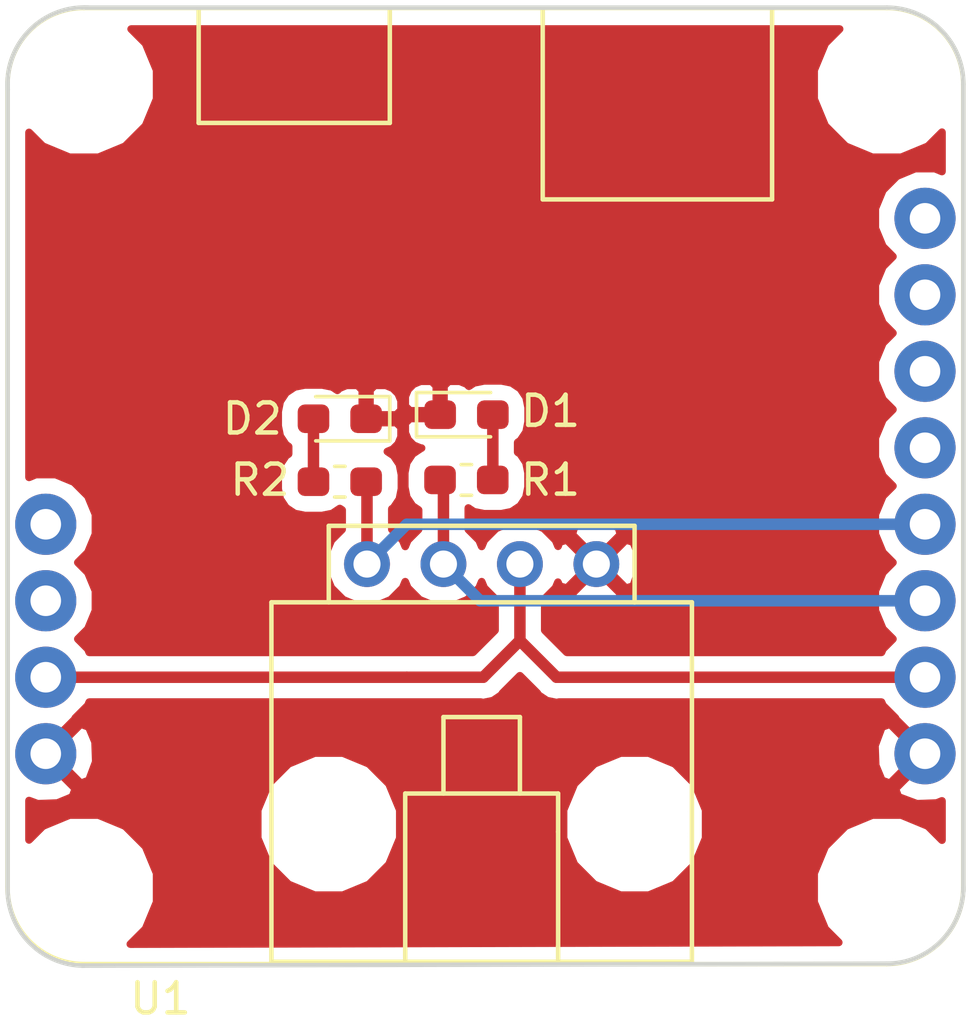
<source format=kicad_pcb>
(kicad_pcb (version 20171130) (host pcbnew "(5.0.0)")

  (general
    (thickness 1.6)
    (drawings 10)
    (tracks 19)
    (zones 0)
    (modules 6)
    (nets 13)
  )

  (page A4)
  (layers
    (0 F.Cu signal)
    (31 B.Cu signal)
    (32 B.Adhes user)
    (33 F.Adhes user)
    (34 B.Paste user)
    (35 F.Paste user)
    (36 B.SilkS user)
    (37 F.SilkS user)
    (38 B.Mask user)
    (39 F.Mask user)
    (40 Dwgs.User user)
    (41 Cmts.User user)
    (42 Eco1.User user)
    (43 Eco2.User user)
    (44 Edge.Cuts user)
    (45 Margin user)
    (46 B.CrtYd user)
    (47 F.CrtYd user)
    (48 B.Fab user)
    (49 F.Fab user hide)
  )

  (setup
    (last_trace_width 0.25)
    (user_trace_width 0.381)
    (trace_clearance 0.2)
    (zone_clearance 0.508)
    (zone_45_only no)
    (trace_min 0.2)
    (segment_width 0.2)
    (edge_width 0.15)
    (via_size 0.8)
    (via_drill 0.4)
    (via_min_size 0.4)
    (via_min_drill 0.3)
    (uvia_size 0.3)
    (uvia_drill 0.1)
    (uvias_allowed no)
    (uvia_min_size 0.2)
    (uvia_min_drill 0.1)
    (pcb_text_width 0.3)
    (pcb_text_size 1.5 1.5)
    (mod_edge_width 0.15)
    (mod_text_size 1 1)
    (mod_text_width 0.15)
    (pad_size 1.524 1.524)
    (pad_drill 0.762)
    (pad_to_mask_clearance 0.2)
    (solder_mask_min_width 0.25)
    (aux_axis_origin 0 0)
    (visible_elements 7FFFFFFF)
    (pcbplotparams
      (layerselection 0x010fc_ffffffff)
      (usegerberextensions false)
      (usegerberattributes false)
      (usegerberadvancedattributes false)
      (creategerberjobfile false)
      (excludeedgelayer true)
      (linewidth 0.100000)
      (plotframeref false)
      (viasonmask false)
      (mode 1)
      (useauxorigin false)
      (hpglpennumber 1)
      (hpglpenspeed 20)
      (hpglpendiameter 15.000000)
      (psnegative false)
      (psa4output false)
      (plotreference true)
      (plotvalue true)
      (plotinvisibletext false)
      (padsonsilk false)
      (subtractmaskfromsilk false)
      (outputformat 1)
      (mirror false)
      (drillshape 1)
      (scaleselection 1)
      (outputdirectory ""))
  )

  (net 0 "")
  (net 1 GND)
  (net 2 +3V3)
  (net 3 TX)
  (net 4 RX)
  (net 5 "Net-(D1-Pad2)")
  (net 6 "Net-(D2-Pad2)")
  (net 7 "Net-(U1-Pad12)")
  (net 8 "Net-(U1-Pad11)")
  (net 9 "Net-(U1-Pad10)")
  (net 10 "Net-(U1-Pad9)")
  (net 11 "Net-(U1-Pad4)")
  (net 12 "Net-(U1-Pad3)")

  (net_class Default "This is the default net class."
    (clearance 0.2)
    (trace_width 0.25)
    (via_dia 0.8)
    (via_drill 0.4)
    (uvia_dia 0.3)
    (uvia_drill 0.1)
    (add_net +3V3)
    (add_net GND)
    (add_net "Net-(D1-Pad2)")
    (add_net "Net-(D2-Pad2)")
    (add_net "Net-(U1-Pad10)")
    (add_net "Net-(U1-Pad11)")
    (add_net "Net-(U1-Pad12)")
    (add_net "Net-(U1-Pad3)")
    (add_net "Net-(U1-Pad4)")
    (add_net "Net-(U1-Pad9)")
    (add_net RX)
    (add_net TX)
  )

  (module MRDT_Connectors:MOLEX_SL_04_Horizontal (layer F.Cu) (tedit 5C675A73) (tstamp 5C7AD1C0)
    (at 161.29 80.518 180)
    (path /5C7ACAF9)
    (fp_text reference Conn1 (at -4.572 -2.032 180) (layer F.SilkS) hide
      (effects (font (size 1 1) (thickness 0.15)))
    )
    (fp_text value Molex_SL_04 (at -0.635 2.032 180) (layer F.Fab)
      (effects (font (size 1 1) (thickness 0.15)))
    )
    (fp_line (start -6.985 -13.208) (end 6.985 -13.208) (layer F.SilkS) (width 0.15))
    (fp_line (start -2.54 -7.62) (end 2.54 -7.62) (layer F.SilkS) (width 0.15))
    (fp_line (start 1.27 -7.62) (end 1.27 -5.08) (layer F.SilkS) (width 0.15))
    (fp_line (start 1.27 -5.08) (end -1.27 -5.08) (layer F.SilkS) (width 0.15))
    (fp_line (start 2.54 -13.208) (end 2.54 -7.62) (layer F.SilkS) (width 0.15))
    (fp_line (start 6.985 -1.27) (end 6.985 -13.208) (layer F.SilkS) (width 0.15))
    (fp_line (start 5.08 1.27) (end -5.08 1.27) (layer F.SilkS) (width 0.15))
    (fp_line (start -2.54 -13.208) (end -2.54 -12.7) (layer F.SilkS) (width 0.15))
    (fp_line (start -6.985 -1.27) (end -6.985 -13.208) (layer F.SilkS) (width 0.15))
    (fp_line (start -5.08 -1.27) (end -6.985 -1.27) (layer F.SilkS) (width 0.15))
    (fp_line (start -2.54 -8.89) (end -2.54 -7.62) (layer F.SilkS) (width 0.15))
    (fp_line (start -2.54 -8.89) (end -2.54 -12.7) (layer F.SilkS) (width 0.15))
    (fp_line (start -1.27 -7.62) (end -1.27 -5.08) (layer F.SilkS) (width 0.15))
    (fp_line (start -5.08 -1.27) (end 6.985 -1.27) (layer F.SilkS) (width 0.15))
    (fp_line (start 5.08 -1.27) (end 5.08 1.27) (layer F.SilkS) (width 0.15))
    (fp_line (start -5.08 1.27) (end -5.08 -1.27) (layer F.SilkS) (width 0.15))
    (pad 1 thru_hole circle (at -3.81 0 180) (size 1.524 1.524) (drill 0.9) (layers *.Cu *.Mask)
      (net 1 GND))
    (pad 2 thru_hole circle (at -1.27 0 180) (size 1.524 1.524) (drill 0.9) (layers *.Cu *.Mask)
      (net 2 +3V3))
    (pad 3 thru_hole circle (at 1.27 0 180) (size 1.524 1.524) (drill 0.9) (layers *.Cu *.Mask)
      (net 4 RX))
    (pad 4 thru_hole circle (at 3.81 0 180) (size 1.524 1.524) (drill 0.9) (layers *.Cu *.Mask)
      (net 3 TX))
    (pad "" np_thru_hole circle (at -5.08 -8.636 180) (size 3.45 3.45) (drill 3.45) (layers *.Cu *.Mask))
    (pad "" np_thru_hole circle (at 5.08 -8.636 180) (size 3.45 3.45) (drill 3.45) (layers *.Cu *.Mask))
    (model "${MRDT_KICAD_LIBRARIES}/3D Files/MRDT_Connctors/Molex_SL_04_Horizontal.stp"
      (offset (xyz 6.349999904632568 12.95399980545044 0))
      (scale (xyz 1 1 1))
      (rotate (xyz 0 0 180))
    )
  )

  (module LED_SMD:LED_0603_1608Metric_Pad1.05x0.95mm_HandSolder (layer F.Cu) (tedit 5B4B45C9) (tstamp 5C7AD1D3)
    (at 160.785626 75.55623)
    (descr "LED SMD 0603 (1608 Metric), square (rectangular) end terminal, IPC_7351 nominal, (Body size source: http://www.tortai-tech.com/upload/download/2011102023233369053.pdf), generated with kicad-footprint-generator")
    (tags "LED handsolder")
    (path /5C7758F9)
    (attr smd)
    (fp_text reference D1 (at 2.790374 -0.11823) (layer F.SilkS)
      (effects (font (size 1 1) (thickness 0.15)))
    )
    (fp_text value LED (at 0 1.43) (layer F.Fab)
      (effects (font (size 1 1) (thickness 0.15)))
    )
    (fp_text user %R (at 0 0) (layer F.Fab)
      (effects (font (size 0.4 0.4) (thickness 0.06)))
    )
    (fp_line (start 1.65 0.73) (end -1.65 0.73) (layer F.CrtYd) (width 0.05))
    (fp_line (start 1.65 -0.73) (end 1.65 0.73) (layer F.CrtYd) (width 0.05))
    (fp_line (start -1.65 -0.73) (end 1.65 -0.73) (layer F.CrtYd) (width 0.05))
    (fp_line (start -1.65 0.73) (end -1.65 -0.73) (layer F.CrtYd) (width 0.05))
    (fp_line (start -1.66 0.735) (end 0.8 0.735) (layer F.SilkS) (width 0.12))
    (fp_line (start -1.66 -0.735) (end -1.66 0.735) (layer F.SilkS) (width 0.12))
    (fp_line (start 0.8 -0.735) (end -1.66 -0.735) (layer F.SilkS) (width 0.12))
    (fp_line (start 0.8 0.4) (end 0.8 -0.4) (layer F.Fab) (width 0.1))
    (fp_line (start -0.8 0.4) (end 0.8 0.4) (layer F.Fab) (width 0.1))
    (fp_line (start -0.8 -0.1) (end -0.8 0.4) (layer F.Fab) (width 0.1))
    (fp_line (start -0.5 -0.4) (end -0.8 -0.1) (layer F.Fab) (width 0.1))
    (fp_line (start 0.8 -0.4) (end -0.5 -0.4) (layer F.Fab) (width 0.1))
    (pad 2 smd roundrect (at 0.875 0) (size 1.05 0.95) (layers F.Cu F.Paste F.Mask) (roundrect_rratio 0.25)
      (net 5 "Net-(D1-Pad2)"))
    (pad 1 smd roundrect (at -0.875 0) (size 1.05 0.95) (layers F.Cu F.Paste F.Mask) (roundrect_rratio 0.25)
      (net 1 GND))
    (model ${KISYS3DMOD}/LED_SMD.3dshapes/LED_0603_1608Metric.wrl
      (at (xyz 0 0 0))
      (scale (xyz 1 1 1))
      (rotate (xyz 0 0 0))
    )
  )

  (module LED_SMD:LED_0603_1608Metric_Pad1.05x0.95mm_HandSolder (layer F.Cu) (tedit 5B4B45C9) (tstamp 5C7AD7C9)
    (at 156.577 75.692 180)
    (descr "LED SMD 0603 (1608 Metric), square (rectangular) end terminal, IPC_7351 nominal, (Body size source: http://www.tortai-tech.com/upload/download/2011102023233369053.pdf), generated with kicad-footprint-generator")
    (tags "LED handsolder")
    (path /5C774CC2)
    (attr smd)
    (fp_text reference D2 (at 2.907 0 180) (layer F.SilkS)
      (effects (font (size 1 1) (thickness 0.15)))
    )
    (fp_text value LED (at 0 1.43 180) (layer F.Fab)
      (effects (font (size 1 1) (thickness 0.15)))
    )
    (fp_line (start 0.8 -0.4) (end -0.5 -0.4) (layer F.Fab) (width 0.1))
    (fp_line (start -0.5 -0.4) (end -0.8 -0.1) (layer F.Fab) (width 0.1))
    (fp_line (start -0.8 -0.1) (end -0.8 0.4) (layer F.Fab) (width 0.1))
    (fp_line (start -0.8 0.4) (end 0.8 0.4) (layer F.Fab) (width 0.1))
    (fp_line (start 0.8 0.4) (end 0.8 -0.4) (layer F.Fab) (width 0.1))
    (fp_line (start 0.8 -0.735) (end -1.66 -0.735) (layer F.SilkS) (width 0.12))
    (fp_line (start -1.66 -0.735) (end -1.66 0.735) (layer F.SilkS) (width 0.12))
    (fp_line (start -1.66 0.735) (end 0.8 0.735) (layer F.SilkS) (width 0.12))
    (fp_line (start -1.65 0.73) (end -1.65 -0.73) (layer F.CrtYd) (width 0.05))
    (fp_line (start -1.65 -0.73) (end 1.65 -0.73) (layer F.CrtYd) (width 0.05))
    (fp_line (start 1.65 -0.73) (end 1.65 0.73) (layer F.CrtYd) (width 0.05))
    (fp_line (start 1.65 0.73) (end -1.65 0.73) (layer F.CrtYd) (width 0.05))
    (fp_text user %R (at 0 0 180) (layer F.Fab)
      (effects (font (size 0.4 0.4) (thickness 0.06)))
    )
    (pad 1 smd roundrect (at -0.875 0 180) (size 1.05 0.95) (layers F.Cu F.Paste F.Mask) (roundrect_rratio 0.25)
      (net 1 GND))
    (pad 2 smd roundrect (at 0.875 0 180) (size 1.05 0.95) (layers F.Cu F.Paste F.Mask) (roundrect_rratio 0.25)
      (net 6 "Net-(D2-Pad2)"))
    (model ${KISYS3DMOD}/LED_SMD.3dshapes/LED_0603_1608Metric.wrl
      (at (xyz 0 0 0))
      (scale (xyz 1 1 1))
      (rotate (xyz 0 0 0))
    )
  )

  (module Resistor_SMD:R_0603_1608Metric_Pad1.05x0.95mm_HandSolder (layer F.Cu) (tedit 5B301BBD) (tstamp 5C7ADE3C)
    (at 160.782 77.724 180)
    (descr "Resistor SMD 0603 (1608 Metric), square (rectangular) end terminal, IPC_7351 nominal with elongated pad for handsoldering. (Body size source: http://www.tortai-tech.com/upload/download/2011102023233369053.pdf), generated with kicad-footprint-generator")
    (tags "resistor handsolder")
    (path /5C7758F1)
    (attr smd)
    (fp_text reference R1 (at -2.794 0 180) (layer F.SilkS)
      (effects (font (size 1 1) (thickness 0.15)))
    )
    (fp_text value 500 (at 0 1.43 180) (layer F.Fab)
      (effects (font (size 1 1) (thickness 0.15)))
    )
    (fp_text user %R (at 0 0 180) (layer F.Fab)
      (effects (font (size 0.4 0.4) (thickness 0.06)))
    )
    (fp_line (start 1.65 0.73) (end -1.65 0.73) (layer F.CrtYd) (width 0.05))
    (fp_line (start 1.65 -0.73) (end 1.65 0.73) (layer F.CrtYd) (width 0.05))
    (fp_line (start -1.65 -0.73) (end 1.65 -0.73) (layer F.CrtYd) (width 0.05))
    (fp_line (start -1.65 0.73) (end -1.65 -0.73) (layer F.CrtYd) (width 0.05))
    (fp_line (start -0.171267 0.51) (end 0.171267 0.51) (layer F.SilkS) (width 0.12))
    (fp_line (start -0.171267 -0.51) (end 0.171267 -0.51) (layer F.SilkS) (width 0.12))
    (fp_line (start 0.8 0.4) (end -0.8 0.4) (layer F.Fab) (width 0.1))
    (fp_line (start 0.8 -0.4) (end 0.8 0.4) (layer F.Fab) (width 0.1))
    (fp_line (start -0.8 -0.4) (end 0.8 -0.4) (layer F.Fab) (width 0.1))
    (fp_line (start -0.8 0.4) (end -0.8 -0.4) (layer F.Fab) (width 0.1))
    (pad 2 smd roundrect (at 0.875 0 180) (size 1.05 0.95) (layers F.Cu F.Paste F.Mask) (roundrect_rratio 0.25)
      (net 4 RX))
    (pad 1 smd roundrect (at -0.875 0 180) (size 1.05 0.95) (layers F.Cu F.Paste F.Mask) (roundrect_rratio 0.25)
      (net 5 "Net-(D1-Pad2)"))
    (model ${KISYS3DMOD}/Resistor_SMD.3dshapes/R_0603_1608Metric.wrl
      (at (xyz 0 0 0))
      (scale (xyz 1 1 1))
      (rotate (xyz 0 0 0))
    )
  )

  (module Resistor_SMD:R_0603_1608Metric_Pad1.05x0.95mm_HandSolder (layer F.Cu) (tedit 5B301BBD) (tstamp 5C7AD885)
    (at 156.577001 77.783001)
    (descr "Resistor SMD 0603 (1608 Metric), square (rectangular) end terminal, IPC_7351 nominal with elongated pad for handsoldering. (Body size source: http://www.tortai-tech.com/upload/download/2011102023233369053.pdf), generated with kicad-footprint-generator")
    (tags "resistor handsolder")
    (path /5C77498F)
    (attr smd)
    (fp_text reference R2 (at -2.653001 -0.059001) (layer F.SilkS)
      (effects (font (size 1 1) (thickness 0.15)))
    )
    (fp_text value 500 (at 0 1.43) (layer F.Fab)
      (effects (font (size 1 1) (thickness 0.15)))
    )
    (fp_line (start -0.8 0.4) (end -0.8 -0.4) (layer F.Fab) (width 0.1))
    (fp_line (start -0.8 -0.4) (end 0.8 -0.4) (layer F.Fab) (width 0.1))
    (fp_line (start 0.8 -0.4) (end 0.8 0.4) (layer F.Fab) (width 0.1))
    (fp_line (start 0.8 0.4) (end -0.8 0.4) (layer F.Fab) (width 0.1))
    (fp_line (start -0.171267 -0.51) (end 0.171267 -0.51) (layer F.SilkS) (width 0.12))
    (fp_line (start -0.171267 0.51) (end 0.171267 0.51) (layer F.SilkS) (width 0.12))
    (fp_line (start -1.65 0.73) (end -1.65 -0.73) (layer F.CrtYd) (width 0.05))
    (fp_line (start -1.65 -0.73) (end 1.65 -0.73) (layer F.CrtYd) (width 0.05))
    (fp_line (start 1.65 -0.73) (end 1.65 0.73) (layer F.CrtYd) (width 0.05))
    (fp_line (start 1.65 0.73) (end -1.65 0.73) (layer F.CrtYd) (width 0.05))
    (fp_text user %R (at 0 0) (layer F.Fab)
      (effects (font (size 0.4 0.4) (thickness 0.06)))
    )
    (pad 1 smd roundrect (at -0.875 0) (size 1.05 0.95) (layers F.Cu F.Paste F.Mask) (roundrect_rratio 0.25)
      (net 6 "Net-(D2-Pad2)"))
    (pad 2 smd roundrect (at 0.875 0) (size 1.05 0.95) (layers F.Cu F.Paste F.Mask) (roundrect_rratio 0.25)
      (net 3 TX))
    (model ${KISYS3DMOD}/Resistor_SMD.3dshapes/R_0603_1608Metric.wrl
      (at (xyz 0 0 0))
      (scale (xyz 1 1 1))
      (rotate (xyz 0 0 0))
    )
  )

  (module MRDT_Sensors:Razor_9DOF_Sparkfun (layer F.Cu) (tedit 5C7AC9CB) (tstamp 5C7AD22A)
    (at 145.538 93.808185)
    (path /5C7ACFCA)
    (fp_text reference U1 (at 5.08 1.143) (layer F.SilkS)
      (effects (font (size 1 1) (thickness 0.15)))
    )
    (fp_text value Razor_9DOF_Sparkfun (at 13.97 1.397) (layer F.Fab)
      (effects (font (size 1 1) (thickness 0.15)))
    )
    (fp_line (start 31.75 -2.547184) (end 31.75 -29.217184) (layer F.SilkS) (width 0.15))
    (fp_line (start 2.54 -0.007184) (end 29.21 -0.007184) (layer F.SilkS) (width 0.15))
    (fp_line (start 0 -29.217184) (end 0 -2.547184) (layer F.SilkS) (width 0.15))
    (fp_arc (start 2.54 -2.547184) (end 2.54 -0.007184) (angle 90) (layer F.SilkS) (width 0.15))
    (fp_arc (start 2.54 -29.217184) (end 0 -29.217184) (angle 90) (layer F.SilkS) (width 0.15))
    (fp_arc (start 29.21 -29.217184) (end 29.21 -31.757184) (angle 90) (layer F.SilkS) (width 0.15))
    (fp_arc (start 29.21 -2.547184) (end 31.75 -2.547184) (angle 90) (layer F.SilkS) (width 0.15))
    (fp_line (start 29.21 -31.757184) (end 2.54 -31.757184) (layer F.SilkS) (width 0.15))
    (fp_line (start 6.35 -31.75) (end 6.35 -27.94) (layer F.SilkS) (width 0.15))
    (fp_line (start 6.35 -27.94) (end 12.7 -27.94) (layer F.SilkS) (width 0.15))
    (fp_line (start 12.7 -27.94) (end 12.7 -31.75) (layer F.SilkS) (width 0.15))
    (fp_line (start 17.78 -31.75) (end 17.78 -25.4) (layer F.SilkS) (width 0.15))
    (fp_line (start 17.78 -25.4) (end 25.4 -25.4) (layer F.SilkS) (width 0.15))
    (fp_line (start 25.4 -25.4) (end 25.4 -31.75) (layer F.SilkS) (width 0.15))
    (pad "" np_thru_hole circle (at 29.21 -29.212184) (size 3.556 3.556) (drill 3.556) (layers *.Cu *.Mask))
    (pad "" np_thru_hole circle (at 2.54 -29.212184) (size 3.556 3.556) (drill 3.556) (layers *.Cu *.Mask))
    (pad "" np_thru_hole circle (at 29.21 -2.542184) (size 3.556 3.556) (drill 3.556) (layers *.Cu *.Mask))
    (pad "" np_thru_hole circle (at 2.54 -2.542184) (size 3.556 3.556) (drill 3.556) (layers *.Cu *.Mask))
    (pad 12 thru_hole circle (at 30.479999 -24.772184) (size 2.032 2.032) (drill 1.016) (layers *.Cu *.Mask)
      (net 7 "Net-(U1-Pad12)"))
    (pad 11 thru_hole circle (at 30.479999 -22.232184) (size 2.032 2.032) (drill 1.016) (layers *.Cu *.Mask)
      (net 8 "Net-(U1-Pad11)"))
    (pad 10 thru_hole circle (at 30.479999 -19.692184) (size 2.032 2.032) (drill 1.016) (layers *.Cu *.Mask)
      (net 9 "Net-(U1-Pad10)"))
    (pad 9 thru_hole circle (at 30.479999 -17.152184) (size 2.032 2.032) (drill 1.016) (layers *.Cu *.Mask)
      (net 10 "Net-(U1-Pad9)"))
    (pad 8 thru_hole circle (at 30.479999 -14.612184) (size 2.032 2.032) (drill 1.016) (layers *.Cu *.Mask)
      (net 3 TX))
    (pad 7 thru_hole circle (at 30.479999 -12.072184) (size 2.032 2.032) (drill 1.016) (layers *.Cu *.Mask)
      (net 4 RX))
    (pad 6 thru_hole circle (at 30.479999 -9.532184) (size 2.032 2.032) (drill 1.016) (layers *.Cu *.Mask)
      (net 2 +3V3))
    (pad 5 thru_hole circle (at 30.479999 -6.992184) (size 2.032 2.032) (drill 1.016) (layers *.Cu *.Mask)
      (net 1 GND))
    (pad 4 thru_hole circle (at 1.27 -14.612184) (size 2.032 2.032) (drill 1.016) (layers *.Cu *.Mask)
      (net 11 "Net-(U1-Pad4)"))
    (pad 3 thru_hole circle (at 1.27 -12.072184) (size 2.032 2.032) (drill 1.016) (layers *.Cu *.Mask)
      (net 12 "Net-(U1-Pad3)"))
    (pad 2 thru_hole circle (at 1.27 -9.532184) (size 2.032 2.032) (drill 1.016) (layers *.Cu *.Mask)
      (net 2 +3V3))
    (pad 1 thru_hole circle (at 1.27 -6.992184) (size 2.032 2.032) (drill 1.016) (layers *.Cu *.Mask)
      (net 1 GND))
  )

  (gr_line (start 148.082 62.0395) (end 174.752 62.0395) (layer Edge.Cuts) (width 0.15))
  (gr_line (start 148.0185 93.853) (end 174.879 93.7895) (layer Edge.Cuts) (width 0.15))
  (gr_arc (start 148.082 64.5795) (end 148.209 62.0395) (angle -97.04732902) (layer Edge.Cuts) (width 0.15) (tstamp 5C7ADFCC))
  (gr_arc (start 148.082 91.313) (end 145.542 91.313) (angle -90) (layer Edge.Cuts) (width 0.15) (tstamp 5C7ADFCC))
  (gr_arc (start 174.752 91.2495) (end 174.752 93.7895) (angle -90) (layer Edge.Cuts) (width 0.15) (tstamp 5C7ADFCC))
  (gr_line (start 177.292 64.5795) (end 177.292 91.3765) (layer Edge.Cuts) (width 0.15))
  (gr_arc (start 174.752 64.5795) (end 177.292 64.5795) (angle -90) (layer Edge.Cuts) (width 0.15) (tstamp 5C7ADFBE))
  (gr_line (start 145.542 64.516) (end 145.542 91.2495) (layer Edge.Cuts) (width 0.15))
  (dimension 25.4 (width 0.3) (layer F.Fab)
    (gr_text "1.0000 in" (at 107.12 99.06 90) (layer F.Fab)
      (effects (font (size 1.5 1.5) (thickness 0.3)))
    )
    (feature1 (pts (xy 134.62 86.36) (xy 108.633579 86.36)))
    (feature2 (pts (xy 134.62 111.76) (xy 108.633579 111.76)))
    (crossbar (pts (xy 109.22 111.76) (xy 109.22 86.36)))
    (arrow1a (pts (xy 109.22 86.36) (xy 109.806421 87.486504)))
    (arrow1b (pts (xy 109.22 86.36) (xy 108.633579 87.486504)))
    (arrow2a (pts (xy 109.22 111.76) (xy 109.806421 110.633496)))
    (arrow2b (pts (xy 109.22 111.76) (xy 108.633579 110.633496)))
  )
  (dimension 30.48 (width 0.3) (layer F.Fab)
    (gr_text "1.2000 in" (at 149.86 129.1) (layer F.Fab)
      (effects (font (size 1.5 1.5) (thickness 0.3)))
    )
    (feature1 (pts (xy 165.1 111.76) (xy 165.1 127.586421)))
    (feature2 (pts (xy 134.62 111.76) (xy 134.62 127.586421)))
    (crossbar (pts (xy 134.62 127) (xy 165.1 127)))
    (arrow1a (pts (xy 165.1 127) (xy 163.973496 127.586421)))
    (arrow1b (pts (xy 165.1 127) (xy 163.973496 126.413579)))
    (arrow2a (pts (xy 134.62 127) (xy 135.746504 127.586421)))
    (arrow2b (pts (xy 134.62 127) (xy 135.746504 126.413579)))
  )

  (segment (start 158.801999 84.276001) (end 146.808 84.276001) (width 0.381) (layer F.Cu) (net 2))
  (segment (start 161.341999 84.276001) (end 158.801999 84.276001) (width 0.381) (layer F.Cu) (net 2))
  (segment (start 162.56 80.518) (end 162.56 83.058) (width 0.381) (layer F.Cu) (net 2))
  (segment (start 162.56 83.058) (end 161.341999 84.276001) (width 0.381) (layer F.Cu) (net 2))
  (segment (start 163.778001 84.276001) (end 162.56 83.058) (width 0.381) (layer F.Cu) (net 2))
  (segment (start 176.017999 84.276001) (end 163.778001 84.276001) (width 0.381) (layer F.Cu) (net 2))
  (segment (start 157.48 77.811) (end 157.452001 77.783001) (width 0.381) (layer F.Cu) (net 3))
  (segment (start 157.48 80.518) (end 157.48 77.811) (width 0.381) (layer F.Cu) (net 3))
  (segment (start 158.801999 79.196001) (end 176.017999 79.196001) (width 0.381) (layer B.Cu) (net 3))
  (segment (start 157.48 80.518) (end 158.801999 79.196001) (width 0.381) (layer B.Cu) (net 3))
  (segment (start 160.02 77.837) (end 159.907 77.724) (width 0.381) (layer F.Cu) (net 4))
  (segment (start 160.02 80.518) (end 160.02 77.837) (width 0.381) (layer F.Cu) (net 4))
  (segment (start 161.238001 81.736001) (end 160.02 80.518) (width 0.381) (layer B.Cu) (net 4))
  (segment (start 176.017999 81.736001) (end 161.238001 81.736001) (width 0.381) (layer B.Cu) (net 4))
  (segment (start 161.556625 75.660231) (end 161.660626 75.55623) (width 0.381) (layer F.Cu) (net 5))
  (segment (start 161.660626 77.720374) (end 161.657 77.724) (width 0.381) (layer F.Cu) (net 5))
  (segment (start 161.660626 75.55623) (end 161.660626 77.720374) (width 0.381) (layer F.Cu) (net 5))
  (segment (start 155.702 77.783) (end 155.702001 77.783001) (width 0.381) (layer F.Cu) (net 6))
  (segment (start 155.702 75.692) (end 155.702 77.783) (width 0.381) (layer F.Cu) (net 6))

  (zone (net 1) (net_name GND) (layer F.Cu) (tstamp 5C7ADF2A) (hatch edge 0.508)
    (connect_pads (clearance 0.508))
    (min_thickness 0.254)
    (fill yes (arc_segments 16) (thermal_gap 0.508) (thermal_bridge_width 0.508))
    (polygon
      (pts
        (xy 145.4785 61.7855) (xy 177.4825 61.7855) (xy 177.546 94.0435) (xy 145.415 94.0435)
      )
    )
    (filled_polygon
      (pts
        (xy 163.136794 84.802227) (xy 163.182849 84.871153) (xy 163.251774 84.917207) (xy 163.455907 85.053605) (xy 163.778001 85.117673)
        (xy 163.859304 85.101501) (xy 174.572903 85.101501) (xy 174.618349 85.211217) (xy 175.040456 85.633324) (xy 175.033497 85.651894)
        (xy 176.017999 86.636396) (xy 176.032142 86.622254) (xy 176.211747 86.801859) (xy 176.197604 86.816001) (xy 176.211747 86.830144)
        (xy 176.032142 87.009749) (xy 176.017999 86.995606) (xy 175.033497 87.980108) (xy 175.134119 88.248623) (xy 175.749641 88.477817)
        (xy 176.406018 88.454015) (xy 176.582001 88.381121) (xy 176.582001 89.687506) (xy 176.114854 89.220359) (xy 175.227975 88.853001)
        (xy 174.268025 88.853001) (xy 173.381146 89.220359) (xy 172.702358 89.899147) (xy 172.335 90.786026) (xy 172.335 91.745976)
        (xy 172.702358 92.632855) (xy 173.153082 93.083579) (xy 149.617278 93.139219) (xy 150.123642 92.632855) (xy 150.491 91.745976)
        (xy 150.491 90.786026) (xy 150.123642 89.899147) (xy 149.444854 89.220359) (xy 148.557975 88.853001) (xy 147.598025 88.853001)
        (xy 146.711146 89.220359) (xy 146.252 89.679505) (xy 146.252 88.684567) (xy 153.85 88.684567) (xy 153.85 89.623433)
        (xy 154.209289 90.490833) (xy 154.873167 91.154711) (xy 155.740567 91.514) (xy 156.679433 91.514) (xy 157.546833 91.154711)
        (xy 158.210711 90.490833) (xy 158.57 89.623433) (xy 158.57 88.684567) (xy 164.01 88.684567) (xy 164.01 89.623433)
        (xy 164.369289 90.490833) (xy 165.033167 91.154711) (xy 165.900567 91.514) (xy 166.839433 91.514) (xy 167.706833 91.154711)
        (xy 168.370711 90.490833) (xy 168.73 89.623433) (xy 168.73 88.684567) (xy 168.370711 87.817167) (xy 167.706833 87.153289)
        (xy 166.839433 86.794) (xy 165.900567 86.794) (xy 165.033167 87.153289) (xy 164.369289 87.817167) (xy 164.01 88.684567)
        (xy 158.57 88.684567) (xy 158.210711 87.817167) (xy 157.546833 87.153289) (xy 156.679433 86.794) (xy 155.740567 86.794)
        (xy 154.873167 87.153289) (xy 154.209289 87.817167) (xy 153.85 88.684567) (xy 146.252 88.684567) (xy 146.252 88.370711)
        (xy 146.539642 88.477817) (xy 147.196019 88.454015) (xy 147.69188 88.248623) (xy 147.792502 87.980108) (xy 146.808 86.995606)
        (xy 146.793858 87.009749) (xy 146.614253 86.830144) (xy 146.628395 86.816001) (xy 146.987605 86.816001) (xy 147.972107 87.800503)
        (xy 148.240622 87.699881) (xy 148.469816 87.084359) (xy 148.450354 86.547643) (xy 174.356183 86.547643) (xy 174.379985 87.20402)
        (xy 174.585377 87.699881) (xy 174.853892 87.800503) (xy 175.838394 86.816001) (xy 174.853892 85.831499) (xy 174.585377 85.932121)
        (xy 174.356183 86.547643) (xy 148.450354 86.547643) (xy 148.446014 86.427982) (xy 148.240622 85.932121) (xy 147.972107 85.831499)
        (xy 146.987605 86.816001) (xy 146.628395 86.816001) (xy 146.614253 86.801859) (xy 146.793858 86.622254) (xy 146.808 86.636396)
        (xy 147.792502 85.651894) (xy 147.785543 85.633324) (xy 148.20765 85.211217) (xy 148.253096 85.101501) (xy 161.260698 85.101501)
        (xy 161.341999 85.117673) (xy 161.4233 85.101501) (xy 161.423302 85.101501) (xy 161.664093 85.053605) (xy 161.937151 84.871153)
        (xy 161.983208 84.802224) (xy 162.56 84.225433)
      )
    )
    (filled_polygon
      (pts
        (xy 172.702358 63.229147) (xy 172.335 64.116026) (xy 172.335 65.075976) (xy 172.702358 65.962855) (xy 173.381146 66.641643)
        (xy 174.268025 67.009001) (xy 175.227975 67.009001) (xy 176.114854 66.641643) (xy 176.582 66.174497) (xy 176.582 67.482589)
        (xy 176.346403 67.385001) (xy 175.689595 67.385001) (xy 175.082783 67.636351) (xy 174.618349 68.100785) (xy 174.366999 68.707597)
        (xy 174.366999 69.364405) (xy 174.618349 69.971217) (xy 174.953133 70.306001) (xy 174.618349 70.640785) (xy 174.366999 71.247597)
        (xy 174.366999 71.904405) (xy 174.618349 72.511217) (xy 174.953133 72.846001) (xy 174.618349 73.180785) (xy 174.366999 73.787597)
        (xy 174.366999 74.444405) (xy 174.618349 75.051217) (xy 174.953133 75.386001) (xy 174.618349 75.720785) (xy 174.366999 76.327597)
        (xy 174.366999 76.984405) (xy 174.618349 77.591217) (xy 174.953133 77.926001) (xy 174.618349 78.260785) (xy 174.366999 78.867597)
        (xy 174.366999 79.524405) (xy 174.618349 80.131217) (xy 174.953133 80.466001) (xy 174.618349 80.800785) (xy 174.366999 81.407597)
        (xy 174.366999 82.064405) (xy 174.618349 82.671217) (xy 174.953133 83.006001) (xy 174.618349 83.340785) (xy 174.572903 83.450501)
        (xy 164.119934 83.450501) (xy 163.3855 82.716068) (xy 163.3855 81.668157) (xy 163.555444 81.498213) (xy 164.299392 81.498213)
        (xy 164.368857 81.740397) (xy 164.892302 81.927144) (xy 165.447368 81.899362) (xy 165.831143 81.740397) (xy 165.900608 81.498213)
        (xy 165.1 80.697605) (xy 164.299392 81.498213) (xy 163.555444 81.498213) (xy 163.74432 81.309337) (xy 163.823428 81.118353)
        (xy 163.877603 81.249143) (xy 164.119787 81.318608) (xy 164.920395 80.518) (xy 165.279605 80.518) (xy 166.080213 81.318608)
        (xy 166.322397 81.249143) (xy 166.509144 80.725698) (xy 166.481362 80.170632) (xy 166.322397 79.786857) (xy 166.080213 79.717392)
        (xy 165.279605 80.518) (xy 164.920395 80.518) (xy 164.119787 79.717392) (xy 163.877603 79.786857) (xy 163.827465 79.927393)
        (xy 163.74432 79.726663) (xy 163.555444 79.537787) (xy 164.299392 79.537787) (xy 165.1 80.338395) (xy 165.900608 79.537787)
        (xy 165.831143 79.295603) (xy 165.307698 79.108856) (xy 164.752632 79.136638) (xy 164.368857 79.295603) (xy 164.299392 79.537787)
        (xy 163.555444 79.537787) (xy 163.351337 79.33368) (xy 162.837881 79.121) (xy 162.282119 79.121) (xy 161.768663 79.33368)
        (xy 161.37568 79.726663) (xy 161.29 79.933513) (xy 161.20432 79.726663) (xy 160.8455 79.367843) (xy 160.8455 78.655232)
        (xy 161.030848 78.779078) (xy 161.3695 78.84644) (xy 161.9445 78.84644) (xy 162.283152 78.779078) (xy 162.570247 78.587247)
        (xy 162.762078 78.300152) (xy 162.82944 77.9615) (xy 162.82944 77.4865) (xy 162.762078 77.147848) (xy 162.570247 76.860753)
        (xy 162.486126 76.804545) (xy 162.486126 76.478108) (xy 162.573873 76.419477) (xy 162.765704 76.132382) (xy 162.833066 75.79373)
        (xy 162.833066 75.31873) (xy 162.765704 74.980078) (xy 162.573873 74.692983) (xy 162.286778 74.501152) (xy 161.948126 74.43379)
        (xy 161.373126 74.43379) (xy 161.034474 74.501152) (xy 160.866086 74.613665) (xy 160.795324 74.542903) (xy 160.561935 74.44623)
        (xy 160.196376 74.44623) (xy 160.037626 74.60498) (xy 160.037626 75.42923) (xy 160.057626 75.42923) (xy 160.057626 75.68323)
        (xy 160.037626 75.68323) (xy 160.037626 75.70323) (xy 159.783626 75.70323) (xy 159.783626 75.68323) (xy 158.909376 75.68323)
        (xy 158.750626 75.84198) (xy 158.750626 76.15754) (xy 158.847299 76.390929) (xy 159.025928 76.569557) (xy 159.259317 76.66623)
        (xy 159.294382 76.66623) (xy 159.280848 76.668922) (xy 158.993753 76.860753) (xy 158.801922 77.147848) (xy 158.73456 77.4865)
        (xy 158.73456 77.9615) (xy 158.801922 78.300152) (xy 158.993753 78.587247) (xy 159.194501 78.721382) (xy 159.1945 79.367843)
        (xy 158.83568 79.726663) (xy 158.75 79.933513) (xy 158.66432 79.726663) (xy 158.3055 79.367843) (xy 158.3055 78.68617)
        (xy 158.365248 78.646248) (xy 158.557079 78.359153) (xy 158.624441 78.020501) (xy 158.624441 77.545501) (xy 158.557079 77.206849)
        (xy 158.365248 76.919754) (xy 158.156218 76.780084) (xy 158.336698 76.705327) (xy 158.515327 76.526699) (xy 158.612 76.29331)
        (xy 158.612 75.97775) (xy 158.45325 75.819) (xy 157.579 75.819) (xy 157.579 75.839) (xy 157.325 75.839)
        (xy 157.325 75.819) (xy 157.305 75.819) (xy 157.305 75.565) (xy 157.325 75.565) (xy 157.325 74.74075)
        (xy 157.579 74.74075) (xy 157.579 75.565) (xy 158.45325 75.565) (xy 158.612 75.40625) (xy 158.612 75.09069)
        (xy 158.555763 74.95492) (xy 158.750626 74.95492) (xy 158.750626 75.27048) (xy 158.909376 75.42923) (xy 159.783626 75.42923)
        (xy 159.783626 74.60498) (xy 159.624876 74.44623) (xy 159.259317 74.44623) (xy 159.025928 74.542903) (xy 158.847299 74.721531)
        (xy 158.750626 74.95492) (xy 158.555763 74.95492) (xy 158.515327 74.857301) (xy 158.336698 74.678673) (xy 158.103309 74.582)
        (xy 157.73775 74.582) (xy 157.579 74.74075) (xy 157.325 74.74075) (xy 157.16625 74.582) (xy 156.800691 74.582)
        (xy 156.567302 74.678673) (xy 156.49654 74.749435) (xy 156.328152 74.636922) (xy 155.9895 74.56956) (xy 155.4145 74.56956)
        (xy 155.075848 74.636922) (xy 154.788753 74.828753) (xy 154.596922 75.115848) (xy 154.52956 75.4545) (xy 154.52956 75.9295)
        (xy 154.596922 76.268152) (xy 154.788753 76.555247) (xy 154.8765 76.613878) (xy 154.876501 76.861124) (xy 154.788754 76.919754)
        (xy 154.596923 77.206849) (xy 154.529561 77.545501) (xy 154.529561 78.020501) (xy 154.596923 78.359153) (xy 154.788754 78.646248)
        (xy 155.075849 78.838079) (xy 155.414501 78.905441) (xy 155.989501 78.905441) (xy 156.328153 78.838079) (xy 156.577001 78.671804)
        (xy 156.654501 78.723588) (xy 156.6545 79.367843) (xy 156.29568 79.726663) (xy 156.083 80.240119) (xy 156.083 80.795881)
        (xy 156.29568 81.309337) (xy 156.688663 81.70232) (xy 157.202119 81.915) (xy 157.757881 81.915) (xy 158.271337 81.70232)
        (xy 158.66432 81.309337) (xy 158.75 81.102487) (xy 158.83568 81.309337) (xy 159.228663 81.70232) (xy 159.742119 81.915)
        (xy 160.297881 81.915) (xy 160.811337 81.70232) (xy 161.20432 81.309337) (xy 161.29 81.102487) (xy 161.37568 81.309337)
        (xy 161.7345 81.668157) (xy 161.734501 82.716066) (xy 161.000067 83.450501) (xy 148.253096 83.450501) (xy 148.20765 83.340785)
        (xy 147.872866 83.006001) (xy 148.20765 82.671217) (xy 148.459 82.064405) (xy 148.459 81.407597) (xy 148.20765 80.800785)
        (xy 147.872866 80.466001) (xy 148.20765 80.131217) (xy 148.459 79.524405) (xy 148.459 78.867597) (xy 148.20765 78.260785)
        (xy 147.743216 77.796351) (xy 147.136404 77.545001) (xy 146.479596 77.545001) (xy 146.252 77.639274) (xy 146.252 66.182497)
        (xy 146.711146 66.641643) (xy 147.598025 67.009001) (xy 148.557975 67.009001) (xy 149.444854 66.641643) (xy 150.123642 65.962855)
        (xy 150.491 65.075976) (xy 150.491 64.116026) (xy 150.123642 63.229147) (xy 149.643995 62.7495) (xy 173.182005 62.7495)
      )
    )
  )
)

</source>
